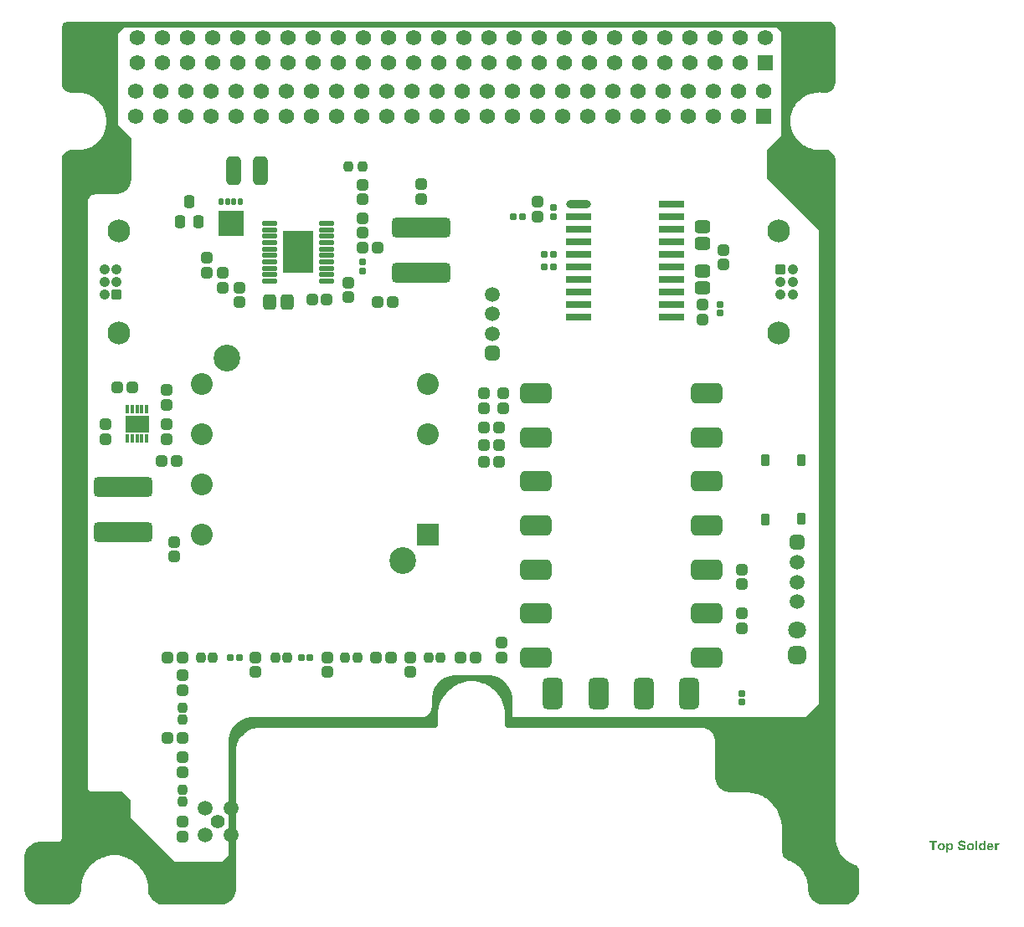
<source format=gbr>
%TF.GenerationSoftware,Altium Limited,Altium Designer,25.8.1 (18)*%
G04 Layer_Color=8388736*
%FSLAX45Y45*%
%MOMM*%
%TF.SameCoordinates,E40C52F6-B12D-486C-AAC2-1DB2447C0C70*%
%TF.FilePolarity,Negative*%
%TF.FileFunction,Soldermask,Top*%
%TF.Part,Single*%
G01*
G75*
%TA.AperFunction,SMDPad,CuDef*%
%ADD66R,2.50320X0.80320*%
%ADD67O,2.50320X0.80320*%
G04:AMPARAMS|DCode=68|XSize=2.1032mm|YSize=3.2032mm|CornerRadius=0.5766mm|HoleSize=0mm|Usage=FLASHONLY|Rotation=0.000|XOffset=0mm|YOffset=0mm|HoleType=Round|Shape=RoundedRectangle|*
%AMROUNDEDRECTD68*
21,1,2.10320,2.05000,0,0,0.0*
21,1,0.95000,3.20320,0,0,0.0*
1,1,1.15320,0.47500,-1.02500*
1,1,1.15320,-0.47500,-1.02500*
1,1,1.15320,-0.47500,1.02500*
1,1,1.15320,0.47500,1.02500*
%
%ADD68ROUNDEDRECTD68*%
G04:AMPARAMS|DCode=69|XSize=1.1532mm|YSize=1.1532mm|CornerRadius=0.3391mm|HoleSize=0mm|Usage=FLASHONLY|Rotation=180.000|XOffset=0mm|YOffset=0mm|HoleType=Round|Shape=RoundedRectangle|*
%AMROUNDEDRECTD69*
21,1,1.15320,0.47500,0,0,180.0*
21,1,0.47500,1.15320,0,0,180.0*
1,1,0.67820,-0.23750,0.23750*
1,1,0.67820,0.23750,0.23750*
1,1,0.67820,0.23750,-0.23750*
1,1,0.67820,-0.23750,-0.23750*
%
%ADD69ROUNDEDRECTD69*%
G04:AMPARAMS|DCode=70|XSize=1.1532mm|YSize=1.1532mm|CornerRadius=0.3391mm|HoleSize=0mm|Usage=FLASHONLY|Rotation=90.000|XOffset=0mm|YOffset=0mm|HoleType=Round|Shape=RoundedRectangle|*
%AMROUNDEDRECTD70*
21,1,1.15320,0.47500,0,0,90.0*
21,1,0.47500,1.15320,0,0,90.0*
1,1,0.67820,0.23750,0.23750*
1,1,0.67820,0.23750,-0.23750*
1,1,0.67820,-0.23750,-0.23750*
1,1,0.67820,-0.23750,0.23750*
%
%ADD70ROUNDEDRECTD70*%
G04:AMPARAMS|DCode=71|XSize=0.6432mm|YSize=0.7432mm|CornerRadius=0.2116mm|HoleSize=0mm|Usage=FLASHONLY|Rotation=90.000|XOffset=0mm|YOffset=0mm|HoleType=Round|Shape=RoundedRectangle|*
%AMROUNDEDRECTD71*
21,1,0.64320,0.32000,0,0,90.0*
21,1,0.22000,0.74320,0,0,90.0*
1,1,0.42320,0.16000,0.11000*
1,1,0.42320,0.16000,-0.11000*
1,1,0.42320,-0.16000,-0.11000*
1,1,0.42320,-0.16000,0.11000*
%
%ADD71ROUNDEDRECTD71*%
G04:AMPARAMS|DCode=72|XSize=0.6432mm|YSize=0.7432mm|CornerRadius=0.2116mm|HoleSize=0mm|Usage=FLASHONLY|Rotation=0.000|XOffset=0mm|YOffset=0mm|HoleType=Round|Shape=RoundedRectangle|*
%AMROUNDEDRECTD72*
21,1,0.64320,0.32000,0,0,0.0*
21,1,0.22000,0.74320,0,0,0.0*
1,1,0.42320,0.11000,-0.16000*
1,1,0.42320,-0.11000,-0.16000*
1,1,0.42320,-0.11000,0.16000*
1,1,0.42320,0.11000,0.16000*
%
%ADD72ROUNDEDRECTD72*%
G04:AMPARAMS|DCode=73|XSize=0.9032mm|YSize=1.2032mm|CornerRadius=0.2766mm|HoleSize=0mm|Usage=FLASHONLY|Rotation=0.000|XOffset=0mm|YOffset=0mm|HoleType=Round|Shape=RoundedRectangle|*
%AMROUNDEDRECTD73*
21,1,0.90320,0.65000,0,0,0.0*
21,1,0.35000,1.20320,0,0,0.0*
1,1,0.55320,0.17500,-0.32500*
1,1,0.55320,-0.17500,-0.32500*
1,1,0.55320,-0.17500,0.32500*
1,1,0.55320,0.17500,0.32500*
%
%ADD73ROUNDEDRECTD73*%
G04:AMPARAMS|DCode=74|XSize=1.6908mm|YSize=2.4308mm|CornerRadius=0.1074mm|HoleSize=0mm|Usage=FLASHONLY|Rotation=270.000|XOffset=0mm|YOffset=0mm|HoleType=Round|Shape=RoundedRectangle|*
%AMROUNDEDRECTD74*
21,1,1.69080,2.21600,0,0,270.0*
21,1,1.47600,2.43080,0,0,270.0*
1,1,0.21480,-1.10800,-0.73800*
1,1,0.21480,-1.10800,0.73800*
1,1,0.21480,1.10800,0.73800*
1,1,0.21480,1.10800,-0.73800*
%
%ADD74ROUNDEDRECTD74*%
G04:AMPARAMS|DCode=75|XSize=0.9108mm|YSize=0.3208mm|CornerRadius=0.0929mm|HoleSize=0mm|Usage=FLASHONLY|Rotation=270.000|XOffset=0mm|YOffset=0mm|HoleType=Round|Shape=RoundedRectangle|*
%AMROUNDEDRECTD75*
21,1,0.91080,0.13500,0,0,270.0*
21,1,0.72500,0.32080,0,0,270.0*
1,1,0.18580,-0.06750,-0.36250*
1,1,0.18580,-0.06750,0.36250*
1,1,0.18580,0.06750,0.36250*
1,1,0.18580,0.06750,-0.36250*
%
%ADD75ROUNDEDRECTD75*%
G04:AMPARAMS|DCode=76|XSize=2.0032mm|YSize=5.9032mm|CornerRadius=0.3716mm|HoleSize=0mm|Usage=FLASHONLY|Rotation=90.000|XOffset=0mm|YOffset=0mm|HoleType=Round|Shape=RoundedRectangle|*
%AMROUNDEDRECTD76*
21,1,2.00320,5.16000,0,0,90.0*
21,1,1.26000,5.90320,0,0,90.0*
1,1,0.74320,2.58000,0.63000*
1,1,0.74320,2.58000,-0.63000*
1,1,0.74320,-2.58000,-0.63000*
1,1,0.74320,-2.58000,0.63000*
%
%ADD76ROUNDEDRECTD76*%
G04:AMPARAMS|DCode=77|XSize=2.1032mm|YSize=3.2032mm|CornerRadius=0.5766mm|HoleSize=0mm|Usage=FLASHONLY|Rotation=90.000|XOffset=0mm|YOffset=0mm|HoleType=Round|Shape=RoundedRectangle|*
%AMROUNDEDRECTD77*
21,1,2.10320,2.05000,0,0,90.0*
21,1,0.95000,3.20320,0,0,90.0*
1,1,1.15320,1.02500,0.47500*
1,1,1.15320,1.02500,-0.47500*
1,1,1.15320,-1.02500,-0.47500*
1,1,1.15320,-1.02500,0.47500*
%
%ADD77ROUNDEDRECTD77*%
G04:AMPARAMS|DCode=78|XSize=1.6032mm|YSize=1.3532mm|CornerRadius=0.3891mm|HoleSize=0mm|Usage=FLASHONLY|Rotation=180.000|XOffset=0mm|YOffset=0mm|HoleType=Round|Shape=RoundedRectangle|*
%AMROUNDEDRECTD78*
21,1,1.60320,0.57500,0,0,180.0*
21,1,0.82500,1.35320,0,0,180.0*
1,1,0.77820,-0.41250,0.28750*
1,1,0.77820,0.41250,0.28750*
1,1,0.77820,0.41250,-0.28750*
1,1,0.77820,-0.41250,-0.28750*
%
%ADD78ROUNDEDRECTD78*%
G04:AMPARAMS|DCode=79|XSize=1.0032mm|YSize=1.0032mm|CornerRadius=0.3016mm|HoleSize=0mm|Usage=FLASHONLY|Rotation=270.000|XOffset=0mm|YOffset=0mm|HoleType=Round|Shape=RoundedRectangle|*
%AMROUNDEDRECTD79*
21,1,1.00320,0.40000,0,0,270.0*
21,1,0.40000,1.00320,0,0,270.0*
1,1,0.60320,-0.20000,-0.20000*
1,1,0.60320,-0.20000,0.20000*
1,1,0.60320,0.20000,0.20000*
1,1,0.60320,0.20000,-0.20000*
%
%ADD79ROUNDEDRECTD79*%
G04:AMPARAMS|DCode=80|XSize=1.6032mm|YSize=1.3532mm|CornerRadius=0.3891mm|HoleSize=0mm|Usage=FLASHONLY|Rotation=270.000|XOffset=0mm|YOffset=0mm|HoleType=Round|Shape=RoundedRectangle|*
%AMROUNDEDRECTD80*
21,1,1.60320,0.57500,0,0,270.0*
21,1,0.82500,1.35320,0,0,270.0*
1,1,0.77820,-0.28750,-0.41250*
1,1,0.77820,-0.28750,0.41250*
1,1,0.77820,0.28750,0.41250*
1,1,0.77820,0.28750,-0.41250*
%
%ADD80ROUNDEDRECTD80*%
G04:AMPARAMS|DCode=81|XSize=1.0532mm|YSize=1.3032mm|CornerRadius=0.3141mm|HoleSize=0mm|Usage=FLASHONLY|Rotation=180.000|XOffset=0mm|YOffset=0mm|HoleType=Round|Shape=RoundedRectangle|*
%AMROUNDEDRECTD81*
21,1,1.05320,0.67500,0,0,180.0*
21,1,0.42500,1.30320,0,0,180.0*
1,1,0.62820,-0.21250,0.33750*
1,1,0.62820,0.21250,0.33750*
1,1,0.62820,0.21250,-0.33750*
1,1,0.62820,-0.21250,-0.33750*
%
%ADD81ROUNDEDRECTD81*%
G04:AMPARAMS|DCode=82|XSize=0.7508mm|YSize=0.4508mm|CornerRadius=0.1254mm|HoleSize=0mm|Usage=FLASHONLY|Rotation=270.000|XOffset=0mm|YOffset=0mm|HoleType=Round|Shape=RoundedRectangle|*
%AMROUNDEDRECTD82*
21,1,0.75080,0.20000,0,0,270.0*
21,1,0.50000,0.45080,0,0,270.0*
1,1,0.25080,-0.10000,-0.25000*
1,1,0.25080,-0.10000,0.25000*
1,1,0.25080,0.10000,0.25000*
1,1,0.25080,0.10000,-0.25000*
%
%ADD82ROUNDEDRECTD82*%
G04:AMPARAMS|DCode=83|XSize=2.5608mm|YSize=2.6008mm|CornerRadius=0.08815mm|HoleSize=0mm|Usage=FLASHONLY|Rotation=270.000|XOffset=0mm|YOffset=0mm|HoleType=Round|Shape=RoundedRectangle|*
%AMROUNDEDRECTD83*
21,1,2.56080,2.42450,0,0,270.0*
21,1,2.38450,2.60080,0,0,270.0*
1,1,0.17630,-1.21225,-1.19225*
1,1,0.17630,-1.21225,1.19225*
1,1,0.17630,1.21225,1.19225*
1,1,0.17630,1.21225,-1.19225*
%
%ADD83ROUNDEDRECTD83*%
G04:AMPARAMS|DCode=84|XSize=1.4908mm|YSize=0.4608mm|CornerRadius=0.07665mm|HoleSize=0mm|Usage=FLASHONLY|Rotation=0.000|XOffset=0mm|YOffset=0mm|HoleType=Round|Shape=RoundedRectangle|*
%AMROUNDEDRECTD84*
21,1,1.49080,0.30750,0,0,0.0*
21,1,1.33750,0.46080,0,0,0.0*
1,1,0.15330,0.66875,-0.15375*
1,1,0.15330,-0.66875,-0.15375*
1,1,0.15330,-0.66875,0.15375*
1,1,0.15330,0.66875,0.15375*
%
%ADD84ROUNDEDRECTD84*%
%ADD85R,3.05080X4.25080*%
G04:AMPARAMS|DCode=86|XSize=2.9032mm|YSize=1.5032mm|CornerRadius=0.4266mm|HoleSize=0mm|Usage=FLASHONLY|Rotation=270.000|XOffset=0mm|YOffset=0mm|HoleType=Round|Shape=RoundedRectangle|*
%AMROUNDEDRECTD86*
21,1,2.90320,0.65000,0,0,270.0*
21,1,2.05000,1.50320,0,0,270.0*
1,1,0.85320,-0.32500,-1.02500*
1,1,0.85320,-0.32500,1.02500*
1,1,0.85320,0.32500,1.02500*
1,1,0.85320,0.32500,-1.02500*
%
%ADD86ROUNDEDRECTD86*%
G04:AMPARAMS|DCode=87|XSize=1.0032mm|YSize=1.0032mm|CornerRadius=0.3016mm|HoleSize=0mm|Usage=FLASHONLY|Rotation=0.000|XOffset=0mm|YOffset=0mm|HoleType=Round|Shape=RoundedRectangle|*
%AMROUNDEDRECTD87*
21,1,1.00320,0.40000,0,0,0.0*
21,1,0.40000,1.00320,0,0,0.0*
1,1,0.60320,0.20000,-0.20000*
1,1,0.60320,-0.20000,-0.20000*
1,1,0.60320,-0.20000,0.20000*
1,1,0.60320,0.20000,0.20000*
%
%ADD87ROUNDEDRECTD87*%
%TA.AperFunction,ComponentPad*%
%ADD88C,1.50320*%
%ADD89C,1.49820*%
%ADD90C,2.20320*%
G04:AMPARAMS|DCode=91|XSize=1.5032mm|YSize=1.5032mm|CornerRadius=0.4266mm|HoleSize=0mm|Usage=FLASHONLY|Rotation=270.000|XOffset=0mm|YOffset=0mm|HoleType=Round|Shape=RoundedRectangle|*
%AMROUNDEDRECTD91*
21,1,1.50320,0.65000,0,0,270.0*
21,1,0.65000,1.50320,0,0,270.0*
1,1,0.85320,-0.32500,-0.32500*
1,1,0.85320,-0.32500,0.32500*
1,1,0.85320,0.32500,0.32500*
1,1,0.85320,0.32500,-0.32500*
%
%ADD91ROUNDEDRECTD91*%
%ADD92R,2.20320X2.20320*%
%ADD93C,2.70320*%
%ADD94C,2.30080*%
%ADD95C,1.05080*%
G04:AMPARAMS|DCode=96|XSize=1.0508mm|YSize=1.0508mm|CornerRadius=0.2754mm|HoleSize=0mm|Usage=FLASHONLY|Rotation=270.000|XOffset=0mm|YOffset=0mm|HoleType=Round|Shape=RoundedRectangle|*
%AMROUNDEDRECTD96*
21,1,1.05080,0.50000,0,0,270.0*
21,1,0.50000,1.05080,0,0,270.0*
1,1,0.55080,-0.25000,-0.25000*
1,1,0.55080,-0.25000,0.25000*
1,1,0.55080,0.25000,0.25000*
1,1,0.55080,0.25000,-0.25000*
%
%ADD96ROUNDEDRECTD96*%
%ADD97C,1.40320*%
G04:AMPARAMS|DCode=98|XSize=1.8032mm|YSize=1.8032mm|CornerRadius=0.5016mm|HoleSize=0mm|Usage=FLASHONLY|Rotation=90.000|XOffset=0mm|YOffset=0mm|HoleType=Round|Shape=RoundedRectangle|*
%AMROUNDEDRECTD98*
21,1,1.80320,0.80000,0,0,90.0*
21,1,0.80000,1.80320,0,0,90.0*
1,1,1.00320,0.40000,0.40000*
1,1,1.00320,0.40000,-0.40000*
1,1,1.00320,-0.40000,-0.40000*
1,1,1.00320,-0.40000,0.40000*
%
%ADD98ROUNDEDRECTD98*%
%ADD99C,1.80320*%
%ADD100C,1.57320*%
%ADD101R,1.57320X1.57320*%
%TA.AperFunction,WasherPad*%
%ADD102C,3.40320*%
G36*
X8189776Y8975819D02*
X8200416Y8972538D01*
X8210289Y8967390D01*
X8219069Y8960544D01*
X8226470Y8952224D01*
X8232246Y8942706D01*
X8236209Y8932301D01*
X8238227Y8921351D01*
X8238231Y8915785D01*
X8238643Y8363627D01*
X8238477Y8352277D01*
X8233263Y8329583D01*
X8223406Y8308484D01*
X8209348Y8289923D01*
X8191709Y8274720D01*
X8171276Y8263553D01*
X8148956Y8256918D01*
X8125739Y8255108D01*
X8114201Y8256657D01*
X8113362Y8256605D01*
X8112555Y8256843D01*
X8091227Y8258785D01*
X8088737Y8258521D01*
X8086265Y8258918D01*
X8043501Y8257332D01*
X8040262Y8256563D01*
X8036935Y8256525D01*
X7995059Y8247707D01*
X7991999Y8246399D01*
X7988726Y8245797D01*
X7948954Y8230002D01*
X7946160Y8228194D01*
X7943036Y8227046D01*
X7906520Y8204730D01*
X7904074Y8202474D01*
X7901190Y8200813D01*
X7868991Y8172626D01*
X7866962Y8169987D01*
X7864402Y8167860D01*
X7837452Y8134618D01*
X7835901Y8131673D01*
X7833739Y8129143D01*
X7812820Y8091811D01*
X7811791Y8088646D01*
X7810089Y8085786D01*
X7795808Y8045445D01*
X7795331Y8042152D01*
X7794139Y8039044D01*
X7786909Y7996865D01*
X7786998Y7993537D01*
X7786351Y7990273D01*
X7786383Y7947479D01*
X7787035Y7944216D01*
X7786951Y7940888D01*
X7794244Y7898720D01*
X7795440Y7895614D01*
X7795922Y7892322D01*
X7810264Y7852002D01*
X7811969Y7849144D01*
X7813003Y7845981D01*
X7833977Y7808680D01*
X7836144Y7806152D01*
X7837699Y7803210D01*
X7864699Y7770009D01*
X7867262Y7767886D01*
X7869294Y7765250D01*
X7901536Y7737111D01*
X7904422Y7735454D01*
X7906872Y7733201D01*
X7943420Y7710941D01*
X7946545Y7709798D01*
X7949342Y7707993D01*
X7989138Y7692257D01*
X7992413Y7691660D01*
X7995475Y7690357D01*
X8037363Y7681601D01*
X8040691Y7681568D01*
X8043930Y7680803D01*
X8086697Y7679281D01*
X8089168Y7679682D01*
X8091659Y7679422D01*
X8112984Y7681396D01*
X8113790Y7681635D01*
X8114629Y7681584D01*
X8126166Y7683150D01*
X8149384Y7681375D01*
X8171715Y7674773D01*
X8192164Y7663636D01*
X8209826Y7648460D01*
X8223912Y7629919D01*
X8233799Y7608836D01*
X8239047Y7586148D01*
X8239230Y7574809D01*
X8244340Y714016D01*
X8244491Y713262D01*
X8244371Y712503D01*
X8245144Y693042D01*
X8245680Y690815D01*
X8245589Y688526D01*
X8251659Y650080D01*
X8252712Y647222D01*
X8253064Y644198D01*
X8265028Y607160D01*
X8266512Y604500D01*
X8267330Y601567D01*
X8284897Y566835D01*
X8286775Y564438D01*
X8288039Y561667D01*
X8310785Y530083D01*
X8313013Y528006D01*
X8314691Y525465D01*
X8342063Y497794D01*
X8344586Y496089D01*
X8346638Y493839D01*
X8377974Y470752D01*
X8380732Y469458D01*
X8383108Y467555D01*
X8417648Y449612D01*
X8419847Y448973D01*
X8421790Y447759D01*
X8440002Y440857D01*
X8440759Y440730D01*
X8441426Y440348D01*
X8450544Y437294D01*
X8466023Y425885D01*
X8477254Y410277D01*
X8483155Y391976D01*
X8483154Y382361D01*
X8483155Y184127D01*
X8476962Y152994D01*
X8464813Y123664D01*
X8447177Y97269D01*
X8424731Y74823D01*
X8398336Y57187D01*
X8369006Y45038D01*
X8337873Y38845D01*
X8108627D01*
X8077493Y45038D01*
X8048164Y57187D01*
X8021770Y74823D01*
X7999323Y97269D01*
X7981686Y123664D01*
X7969538Y152994D01*
X7963345Y184127D01*
Y200000D01*
X7963345Y213225D01*
X7963197Y213968D01*
X7963316Y214715D01*
X7962577Y233960D01*
X7962053Y236152D01*
X7962150Y238404D01*
X7956270Y276443D01*
X7955243Y279259D01*
X7954913Y282237D01*
X7943292Y318932D01*
X7941847Y321557D01*
X7941066Y324451D01*
X7923978Y358940D01*
X7922149Y361314D01*
X7920935Y364054D01*
X7898779Y395530D01*
X7896610Y397596D01*
X7894991Y400119D01*
X7868288Y427841D01*
X7865828Y429552D01*
X7863844Y431798D01*
X7833220Y455116D01*
X7830527Y456432D01*
X7828223Y458348D01*
X7794397Y476716D01*
X7792246Y477384D01*
X7790359Y478617D01*
X7772490Y485805D01*
X7771747Y485945D01*
X7771098Y486335D01*
X7763060Y489216D01*
X7748052Y497365D01*
X7734467Y507710D01*
X7722619Y520010D01*
X7712789Y533975D01*
X7705208Y549277D01*
X7700053Y565556D01*
X7697445Y582434D01*
Y814500D01*
X7697318Y815134D01*
X7697424Y815772D01*
X7696728Y837028D01*
X7696290Y838904D01*
X7696416Y840826D01*
X7690867Y882975D01*
X7690044Y885401D01*
X7689876Y887958D01*
X7678873Y929022D01*
X7677739Y931320D01*
X7677239Y933833D01*
X7660971Y973109D01*
X7659547Y975240D01*
X7658724Y977667D01*
X7637468Y1014483D01*
X7635778Y1016410D01*
X7634644Y1018708D01*
X7608765Y1052435D01*
X7606838Y1054124D01*
X7605415Y1056255D01*
X7575354Y1086315D01*
X7573224Y1087739D01*
X7571534Y1089666D01*
X7537807Y1115545D01*
X7535508Y1116679D01*
X7533582Y1118368D01*
X7496766Y1139624D01*
X7494339Y1140448D01*
X7492208Y1141872D01*
X7452932Y1158140D01*
X7450419Y1158640D01*
X7448121Y1159774D01*
X7407058Y1170777D01*
X7404501Y1170944D01*
X7402074Y1171768D01*
X7359926Y1177317D01*
X7358003Y1177191D01*
X7356127Y1177628D01*
X7334871Y1178324D01*
X7334233Y1178219D01*
X7333599Y1178345D01*
X7183600D01*
X7167726Y1178345D01*
X7136592Y1184538D01*
X7107264Y1196686D01*
X7080869Y1214322D01*
X7058423Y1236769D01*
X7040786Y1263164D01*
X7028637Y1292493D01*
X7022444Y1323626D01*
Y1339499D01*
Y1691238D01*
X7022256Y1692187D01*
X7022398Y1693145D01*
X7021916Y1702947D01*
X7021216Y1705740D01*
Y1708618D01*
X7017392Y1727845D01*
X7015928Y1731379D01*
X7015181Y1735132D01*
X7007680Y1753243D01*
X7005554Y1756424D01*
X7004090Y1759959D01*
X6993199Y1776259D01*
X6991290Y1778168D01*
X6990493Y1778964D01*
X6988368Y1782145D01*
X6974506Y1796006D01*
X6971325Y1798132D01*
X6968620Y1800837D01*
X6952320Y1811728D01*
X6948786Y1813192D01*
X6945604Y1815318D01*
X6927493Y1822820D01*
X6923740Y1823566D01*
X6920206Y1825030D01*
X6900980Y1828855D01*
X6898101D01*
X6895307Y1829555D01*
X6885506Y1830036D01*
X6884548Y1829894D01*
X6883599Y1830083D01*
X6868361D01*
D01*
X4920937Y1830083D01*
X4918970Y1831131D01*
X4901048Y1849053D01*
X4900000Y1851020D01*
X4900000Y1961238D01*
X4899849Y1961998D01*
X4899970Y1962763D01*
X4899046Y1986301D01*
X4898507Y1988546D01*
X4898597Y1990853D01*
X4891233Y2037348D01*
X4890171Y2040228D01*
X4889810Y2043276D01*
X4875263Y2088047D01*
X4873763Y2090724D01*
X4872930Y2093679D01*
X4851558Y2135623D01*
X4849658Y2138034D01*
X4848373Y2140820D01*
X4820703Y2178905D01*
X4818449Y2180989D01*
X4816744Y2183540D01*
X4783457Y2216827D01*
X4780905Y2218533D01*
X4778822Y2220786D01*
X4740737Y2248457D01*
X4737950Y2249742D01*
X4735539Y2251642D01*
X4693595Y2273013D01*
X4690641Y2273846D01*
X4687964Y2275346D01*
X4643193Y2289893D01*
X4640145Y2290254D01*
X4637265Y2291316D01*
X4590770Y2298680D01*
X4587703Y2298560D01*
X4584693Y2299159D01*
X4537617D01*
X4534607Y2298560D01*
X4531540Y2298680D01*
X4485044Y2291316D01*
X4482165Y2290254D01*
X4479117Y2289893D01*
X4434346Y2275346D01*
X4431669Y2273846D01*
X4428714Y2273013D01*
X4386770Y2251642D01*
X4384359Y2249741D01*
X4381573Y2248457D01*
X4343488Y2220786D01*
X4341404Y2218533D01*
X4338852Y2216827D01*
X4305565Y2183540D01*
X4303860Y2180989D01*
X4301607Y2178905D01*
X4273936Y2140820D01*
X4272651Y2138033D01*
X4270751Y2135623D01*
X4249380Y2093679D01*
X4248546Y2090724D01*
X4247047Y2088047D01*
X4232500Y2043276D01*
X4232139Y2040228D01*
X4231077Y2037348D01*
X4223712Y1990853D01*
X4223803Y1988545D01*
X4223264Y1986300D01*
X4222340Y1962763D01*
X4222461Y1961998D01*
X4222310Y1961238D01*
Y1850101D01*
X4202293Y1830083D01*
X2417500Y1830083D01*
X2416551Y1829895D01*
X2415593Y1830037D01*
X2395990Y1829073D01*
X2393196Y1828374D01*
X2390318D01*
X2351864Y1820725D01*
X2348330Y1819261D01*
X2344577Y1818514D01*
X2308355Y1803510D01*
X2305174Y1801385D01*
X2301639Y1799921D01*
X2269040Y1778138D01*
X2266334Y1775433D01*
X2263153Y1773307D01*
X2235430Y1745584D01*
X2233305Y1742403D01*
X2230599Y1739698D01*
X2208817Y1707099D01*
X2207352Y1703564D01*
X2205227Y1700382D01*
X2190223Y1664160D01*
X2189477Y1660408D01*
X2188013Y1656873D01*
X2180364Y1618420D01*
Y1615540D01*
X2179664Y1612747D01*
X2178701Y1593144D01*
X2178843Y1592187D01*
X2178655Y1591238D01*
Y200001D01*
X2178654Y184128D01*
X2172461Y152993D01*
X2160313Y123665D01*
X2142677Y97271D01*
X2120229Y74822D01*
X2093835Y57187D01*
X2064506Y45038D01*
X2033373Y38845D01*
X1450000D01*
X1434127Y38845D01*
X1402993Y45038D01*
X1373664Y57187D01*
X1347270Y74822D01*
X1324822Y97270D01*
X1307186Y123665D01*
X1295038Y152993D01*
X1288845Y184128D01*
X1288845Y200000D01*
X1288694Y200760D01*
X1288815Y201526D01*
X1287890Y225063D01*
X1287351Y227308D01*
X1287442Y229615D01*
X1280078Y276111D01*
X1279015Y278991D01*
X1278655Y282038D01*
X1264107Y326810D01*
X1262608Y329487D01*
X1261775Y332441D01*
X1240403Y374385D01*
X1238503Y376795D01*
X1237218Y379583D01*
X1209548Y417667D01*
X1207295Y419750D01*
X1205589Y422303D01*
X1172302Y455590D01*
X1169750Y457295D01*
X1167667Y459549D01*
X1129582Y487219D01*
X1126795Y488504D01*
X1124384Y490404D01*
X1082440Y511775D01*
X1079486Y512609D01*
X1076809Y514108D01*
X1032038Y528655D01*
X1028990Y529016D01*
X1026110Y530078D01*
X979614Y537443D01*
X976548Y537322D01*
X973538Y537921D01*
X926462D01*
X923452Y537322D01*
X920385Y537443D01*
X873890Y530078D01*
X871010Y529016D01*
X867962Y528655D01*
X823191Y514108D01*
X820513Y512608D01*
X817559Y511775D01*
X775615Y490404D01*
X773205Y488504D01*
X770417Y487219D01*
X732333Y459549D01*
X730250Y457296D01*
X727698Y455590D01*
X694410Y422303D01*
X692705Y419751D01*
X690452Y417667D01*
X662781Y379583D01*
X661497Y376796D01*
X659596Y374385D01*
X638225Y332441D01*
X637392Y329487D01*
X635892Y326809D01*
X621345Y282038D01*
X620984Y278991D01*
X619922Y276111D01*
X612558Y229615D01*
X612648Y227308D01*
X612109Y225063D01*
X611185Y201525D01*
X611306Y200761D01*
X611155Y200001D01*
X611154Y184128D01*
X604962Y152994D01*
X592813Y123665D01*
X575177Y97270D01*
X552729Y74822D01*
X526336Y57187D01*
X497006Y45038D01*
X465873Y38845D01*
X184127D01*
X152994Y45038D01*
X123664Y57187D01*
X97269Y74823D01*
X74823Y97269D01*
X57187Y123664D01*
X45038Y152994D01*
X38845Y184127D01*
Y200000D01*
Y513462D01*
Y529351D01*
X45051Y560517D01*
X57225Y589872D01*
X74896Y616284D01*
X97386Y638736D01*
X123827Y656363D01*
X153202Y668488D01*
X184379Y674642D01*
X200269Y674615D01*
X377434Y674320D01*
X377466Y674327D01*
X377499Y674320D01*
X384904Y675793D01*
X392305Y677253D01*
X392332Y677271D01*
X392364Y677277D01*
X398629Y681463D01*
X404921Y685652D01*
X404940Y685680D01*
X404967Y685698D01*
X409167Y691984D01*
X413363Y698241D01*
X413370Y698273D01*
X413388Y698301D01*
X414862Y705710D01*
X416345Y713102D01*
X416339Y713134D01*
X416345Y713167D01*
Y7569906D01*
X416345Y7581656D01*
X421315Y7604624D01*
X431031Y7626021D01*
X445053Y7644878D01*
X462746Y7660343D01*
X483309Y7671715D01*
X505814Y7678481D01*
X529240Y7680334D01*
X540884Y7678763D01*
X541723Y7678815D01*
X542529Y7678576D01*
X563856Y7676618D01*
X566346Y7676880D01*
X568818Y7676481D01*
X611583Y7678035D01*
X614822Y7678802D01*
X618150Y7678837D01*
X660032Y7687624D01*
X663094Y7688930D01*
X666367Y7689529D01*
X706151Y7705295D01*
X708946Y7707101D01*
X712071Y7708247D01*
X748603Y7730535D01*
X751052Y7732789D01*
X753936Y7734449D01*
X786157Y7762612D01*
X788187Y7765249D01*
X790748Y7767374D01*
X817724Y7800596D01*
X819277Y7803539D01*
X821441Y7806068D01*
X842388Y7843385D01*
X843419Y7846548D01*
X845123Y7849407D01*
X859434Y7889737D01*
X859914Y7893031D01*
X861108Y7896138D01*
X868369Y7938311D01*
X868283Y7941638D01*
X868932Y7944902D01*
Y7987697D01*
X868283Y7990961D01*
X868369Y7994288D01*
X861108Y8036461D01*
X859914Y8039568D01*
X859434Y8042861D01*
X845123Y8083191D01*
X843419Y8086051D01*
X842388Y8089214D01*
X821441Y8126531D01*
X819277Y8129060D01*
X817724Y8132004D01*
X790749Y8165226D01*
X788187Y8167351D01*
X786157Y8169987D01*
X753937Y8198150D01*
X751051Y8199810D01*
X748603Y8202064D01*
X712071Y8224352D01*
X708946Y8225498D01*
X706151Y8227304D01*
X666367Y8243070D01*
X663093Y8243669D01*
X660032Y8244975D01*
X618150Y8253763D01*
X614822Y8253797D01*
X611584Y8254565D01*
X568818Y8256118D01*
X566347Y8255720D01*
X563857Y8255981D01*
X542530Y8254024D01*
X541724Y8253785D01*
X540885Y8253837D01*
X529240Y8252266D01*
X505814Y8254119D01*
X483310Y8260885D01*
X462747Y8272257D01*
X445053Y8287723D01*
X431031Y8306581D01*
X421316Y8327976D01*
X416345Y8350944D01*
Y8362694D01*
X416345Y8921072D01*
X418695Y8932887D01*
X423305Y8944017D01*
X429998Y8954033D01*
X438516Y8962551D01*
X448532Y8969243D01*
X459662Y8973854D01*
X471476Y8976204D01*
X8186517D01*
X8189776Y8975819D01*
D02*
G37*
G36*
X9520443Y689912D02*
X9522028Y689806D01*
X9523719Y689595D01*
X9525727Y689384D01*
X9527840Y688961D01*
X9529953Y688538D01*
X9532278Y688010D01*
X9534602Y687376D01*
X9536821Y686636D01*
X9539040Y685685D01*
X9541259Y684523D01*
X9543267Y683361D01*
X9545063Y681882D01*
X9545169Y681776D01*
X9545486Y681565D01*
X9545909Y681036D01*
X9546543Y680402D01*
X9547282Y679663D01*
X9548022Y678606D01*
X9548867Y677444D01*
X9549818Y676176D01*
X9550663Y674696D01*
X9551509Y673111D01*
X9552354Y671315D01*
X9553094Y669413D01*
X9553833Y667406D01*
X9554362Y665187D01*
X9554679Y662862D01*
X9554890Y660432D01*
X9535236Y659692D01*
Y659798D01*
X9535131Y660009D01*
Y660432D01*
X9535025Y660854D01*
X9534814Y661488D01*
X9534602Y662228D01*
X9534074Y663813D01*
X9533335Y665504D01*
X9532384Y667300D01*
X9531221Y668991D01*
X9529742Y670364D01*
X9529531Y670470D01*
X9529002Y670892D01*
X9528051Y671421D01*
X9526678Y672055D01*
X9524881Y672689D01*
X9522768Y673217D01*
X9520232Y673640D01*
X9517274Y673745D01*
X9515900D01*
X9515160Y673640D01*
X9514315Y673534D01*
X9512307Y673323D01*
X9510194Y672900D01*
X9507869Y672266D01*
X9505756Y671315D01*
X9503749Y670153D01*
X9503643Y670047D01*
X9503326Y669730D01*
X9502798Y669202D01*
X9502269Y668568D01*
X9501635Y667723D01*
X9501213Y666666D01*
X9500790Y665504D01*
X9500684Y664130D01*
Y664024D01*
Y663602D01*
X9500790Y662862D01*
X9501001Y662122D01*
X9501424Y661171D01*
X9501847Y660115D01*
X9502586Y659164D01*
X9503537Y658213D01*
X9503749Y658107D01*
X9503960Y657896D01*
X9504383Y657684D01*
X9504805Y657367D01*
X9505439Y657051D01*
X9506285Y656628D01*
X9507235Y656205D01*
X9508292Y655783D01*
X9509560Y655254D01*
X9511039Y654726D01*
X9512730Y654198D01*
X9514632Y653564D01*
X9516745Y652930D01*
X9519070Y652296D01*
X9521606Y651662D01*
X9521817D01*
X9522240Y651556D01*
X9522979Y651345D01*
X9523930Y651133D01*
X9525198Y650816D01*
X9526466Y650394D01*
X9528051Y649971D01*
X9529636Y649548D01*
X9533123Y648492D01*
X9536610Y647329D01*
X9538301Y646695D01*
X9539991Y646061D01*
X9541471Y645322D01*
X9542844Y644688D01*
X9542950D01*
X9543161Y644476D01*
X9543478Y644265D01*
X9544007Y644054D01*
X9545275Y643209D01*
X9546859Y642152D01*
X9548550Y640673D01*
X9550346Y638982D01*
X9552143Y636974D01*
X9553728Y634755D01*
Y634650D01*
X9553939Y634438D01*
X9554045Y634121D01*
X9554362Y633593D01*
X9554679Y632959D01*
X9554996Y632219D01*
X9555313Y631374D01*
X9555735Y630423D01*
X9556052Y629367D01*
X9556369Y628204D01*
X9557003Y625563D01*
X9557426Y622498D01*
X9557637Y619223D01*
Y619117D01*
Y618906D01*
Y618377D01*
X9557532Y617849D01*
Y617110D01*
X9557426Y616159D01*
X9557215Y615208D01*
X9557003Y614151D01*
X9556475Y611721D01*
X9555630Y609079D01*
X9554467Y606332D01*
X9553728Y604852D01*
X9552882Y603479D01*
Y603373D01*
X9552671Y603162D01*
X9552354Y602739D01*
X9552037Y602317D01*
X9551509Y601683D01*
X9550980Y600943D01*
X9549501Y599358D01*
X9547599Y597667D01*
X9545380Y595765D01*
X9542739Y594075D01*
X9539674Y592595D01*
X9539569D01*
X9539252Y592490D01*
X9538829Y592278D01*
X9538195Y592067D01*
X9537350Y591750D01*
X9536293Y591539D01*
X9535131Y591222D01*
X9533863Y590905D01*
X9532384Y590482D01*
X9530799Y590165D01*
X9529002Y589954D01*
X9527100Y589637D01*
X9525198Y589426D01*
X9522979Y589214D01*
X9520760Y589109D01*
X9517591D01*
X9516640Y589214D01*
X9515372D01*
X9513892Y589320D01*
X9512096Y589531D01*
X9510088Y589848D01*
X9507975Y590165D01*
X9505651Y590588D01*
X9503326Y591222D01*
X9501001Y591856D01*
X9498677Y592701D01*
X9496352Y593652D01*
X9494133Y594814D01*
X9492020Y596082D01*
X9490012Y597562D01*
X9489907Y597667D01*
X9489590Y597984D01*
X9489061Y598513D01*
X9488427Y599147D01*
X9487688Y600098D01*
X9486737Y601154D01*
X9485786Y602422D01*
X9484835Y603902D01*
X9483778Y605592D01*
X9482721Y607388D01*
X9481770Y609502D01*
X9480819Y611721D01*
X9479974Y614151D01*
X9479235Y616687D01*
X9478601Y619540D01*
X9478178Y622498D01*
X9497303Y624400D01*
Y624295D01*
X9497409Y623978D01*
X9497514Y623449D01*
X9497620Y622815D01*
X9497831Y621970D01*
X9498148Y621125D01*
X9498782Y619011D01*
X9499733Y616687D01*
X9501001Y614257D01*
X9502481Y612038D01*
X9503326Y611087D01*
X9504277Y610136D01*
X9504383D01*
X9504488Y609924D01*
X9504805Y609713D01*
X9505228Y609396D01*
X9505756Y609079D01*
X9506496Y608762D01*
X9507235Y608339D01*
X9508081Y607917D01*
X9510194Y607071D01*
X9512624Y606437D01*
X9515477Y605909D01*
X9518647Y605698D01*
X9519598D01*
X9520232Y605803D01*
X9521077D01*
X9521923Y605909D01*
X9524036Y606226D01*
X9526361Y606649D01*
X9528791Y607388D01*
X9531116Y608339D01*
X9532172Y608973D01*
X9533123Y609713D01*
X9533229D01*
X9533335Y609924D01*
X9533863Y610453D01*
X9534708Y611298D01*
X9535553Y612355D01*
X9536399Y613728D01*
X9537244Y615419D01*
X9537772Y617215D01*
X9537984Y618166D01*
Y619117D01*
Y619223D01*
Y619751D01*
X9537878Y620385D01*
X9537772Y621125D01*
X9537455Y622076D01*
X9537138Y623132D01*
X9536610Y624083D01*
X9535870Y625034D01*
X9535765Y625140D01*
X9535448Y625457D01*
X9534919Y625880D01*
X9534285Y626514D01*
X9533229Y627148D01*
X9532067Y627887D01*
X9530587Y628521D01*
X9528791Y629261D01*
X9528580Y629367D01*
X9528368D01*
X9528051Y629472D01*
X9527629Y629578D01*
X9526995Y629789D01*
X9526361Y630001D01*
X9525515Y630212D01*
X9524564Y630529D01*
X9523402Y630846D01*
X9522134Y631163D01*
X9520655Y631585D01*
X9519070Y632008D01*
X9517274Y632431D01*
X9515266Y632959D01*
X9513047Y633487D01*
X9512836D01*
X9512307Y633699D01*
X9511568Y633910D01*
X9510511Y634227D01*
X9509137Y634544D01*
X9507658Y635072D01*
X9506073Y635601D01*
X9504383Y636129D01*
X9500684Y637608D01*
X9496986Y639193D01*
X9495295Y640144D01*
X9493605Y641095D01*
X9492126Y642046D01*
X9490858Y643103D01*
X9490752Y643209D01*
X9490435Y643526D01*
X9490012Y643948D01*
X9489484Y644582D01*
X9488744Y645322D01*
X9488005Y646273D01*
X9487159Y647329D01*
X9486420Y648597D01*
X9485574Y649971D01*
X9484729Y651450D01*
X9483989Y653141D01*
X9483250Y654832D01*
X9482721Y656628D01*
X9482299Y658635D01*
X9481982Y660643D01*
X9481876Y662756D01*
Y662862D01*
Y663073D01*
Y663496D01*
X9481982Y664024D01*
Y664658D01*
X9482087Y665504D01*
X9482404Y667300D01*
X9482933Y669413D01*
X9483672Y671843D01*
X9484729Y674274D01*
X9486103Y676704D01*
Y676810D01*
X9486314Y677021D01*
X9486525Y677338D01*
X9486842Y677761D01*
X9487899Y678923D01*
X9489167Y680402D01*
X9490963Y681987D01*
X9492971Y683572D01*
X9495507Y685157D01*
X9498254Y686531D01*
X9498360D01*
X9498571Y686636D01*
X9499099Y686848D01*
X9499628Y687059D01*
X9500473Y687376D01*
X9501318Y687587D01*
X9502375Y687904D01*
X9503643Y688327D01*
X9505017Y688644D01*
X9506390Y688961D01*
X9507975Y689172D01*
X9509666Y689489D01*
X9511568Y689701D01*
X9513364Y689912D01*
X9517485Y690018D01*
X9519281D01*
X9520443Y689912D01*
D02*
G37*
G36*
X9759772Y590905D02*
X9742444D01*
Y601154D01*
X9742232Y600943D01*
X9742021Y600626D01*
X9741704Y600309D01*
X9740753Y599147D01*
X9739591Y597879D01*
X9738006Y596399D01*
X9736315Y594814D01*
X9734307Y593441D01*
X9732194Y592173D01*
X9732088D01*
X9731983Y592067D01*
X9731560Y591961D01*
X9731138Y591750D01*
X9729975Y591222D01*
X9728496Y590799D01*
X9726700Y590271D01*
X9724692Y589743D01*
X9722579Y589426D01*
X9720360Y589320D01*
X9719831D01*
X9719197Y589426D01*
X9718352D01*
X9717296Y589637D01*
X9716028Y589848D01*
X9714654Y590165D01*
X9713175Y590588D01*
X9711590Y591011D01*
X9709899Y591644D01*
X9708208Y592490D01*
X9706412Y593441D01*
X9704722Y594497D01*
X9702925Y595871D01*
X9701235Y597350D01*
X9699544Y599041D01*
X9699438Y599147D01*
X9699227Y599464D01*
X9698699Y600098D01*
X9698170Y600837D01*
X9697536Y601894D01*
X9696797Y603056D01*
X9696057Y604535D01*
X9695212Y606120D01*
X9694366Y608022D01*
X9693627Y610030D01*
X9692887Y612355D01*
X9692253Y614785D01*
X9691725Y617427D01*
X9691302Y620279D01*
X9690985Y623344D01*
X9690880Y626514D01*
Y626725D01*
Y627359D01*
X9690985Y628204D01*
Y629472D01*
X9691091Y630951D01*
X9691302Y632642D01*
X9691619Y634650D01*
X9691936Y636657D01*
X9692359Y638876D01*
X9692887Y641095D01*
X9693627Y643314D01*
X9694366Y645639D01*
X9695317Y647858D01*
X9696480Y649971D01*
X9697748Y651979D01*
X9699227Y653775D01*
X9699333Y653881D01*
X9699650Y654198D01*
X9700072Y654620D01*
X9700706Y655254D01*
X9701552Y655994D01*
X9702608Y656734D01*
X9703771Y657579D01*
X9705039Y658530D01*
X9706518Y659375D01*
X9708208Y660220D01*
X9709899Y660960D01*
X9711801Y661700D01*
X9713809Y662334D01*
X9715922Y662756D01*
X9718247Y663073D01*
X9720571Y663179D01*
X9721099D01*
X9721733Y663073D01*
X9722579D01*
X9723635Y662862D01*
X9724798Y662651D01*
X9726066Y662334D01*
X9727545Y661911D01*
X9729130Y661383D01*
X9730821Y660749D01*
X9732511Y659903D01*
X9734202Y658952D01*
X9735998Y657896D01*
X9737689Y656522D01*
X9739379Y655043D01*
X9741070Y653247D01*
Y688433D01*
X9759772D01*
Y590905D01*
D02*
G37*
G36*
X9888260Y663073D02*
X9888894Y662968D01*
X9890479Y662756D01*
X9892381Y662334D01*
X9894494Y661700D01*
X9896713Y660749D01*
X9898932Y659586D01*
X9893120Y643314D01*
X9892909Y643420D01*
X9892275Y643843D01*
X9891430Y644265D01*
X9890267Y644899D01*
X9888894Y645427D01*
X9887415Y645956D01*
X9885935Y646273D01*
X9884350Y646378D01*
X9883716D01*
X9882977Y646273D01*
X9882026Y646061D01*
X9880969Y645850D01*
X9879912Y645427D01*
X9878750Y644899D01*
X9877693Y644159D01*
X9877588Y644054D01*
X9877271Y643737D01*
X9876743Y643209D01*
X9876109Y642363D01*
X9875475Y641307D01*
X9874735Y639933D01*
X9873995Y638348D01*
X9873361Y636340D01*
Y636235D01*
X9873256Y636023D01*
Y635706D01*
X9873150Y635178D01*
X9873044Y634544D01*
X9872939Y633593D01*
X9872727Y632536D01*
X9872622Y631268D01*
X9872516Y629789D01*
X9872305Y628099D01*
X9872199Y626197D01*
X9872093Y623978D01*
X9871988Y621547D01*
Y618906D01*
X9871882Y615947D01*
Y612672D01*
Y590905D01*
X9853179D01*
Y661594D01*
X9870508D01*
Y651450D01*
X9870614Y651556D01*
X9870720Y651767D01*
X9870931Y652084D01*
X9871248Y652613D01*
X9872093Y653881D01*
X9873150Y655360D01*
X9874418Y656945D01*
X9875686Y658424D01*
X9877059Y659798D01*
X9877799Y660432D01*
X9878433Y660854D01*
X9878644Y660960D01*
X9879067Y661171D01*
X9879807Y661594D01*
X9880758Y662017D01*
X9882026Y662439D01*
X9883399Y662862D01*
X9884879Y663073D01*
X9886569Y663179D01*
X9887626D01*
X9888260Y663073D01*
D02*
G37*
G36*
X9402205D02*
X9403156D01*
X9404213Y662862D01*
X9405375Y662651D01*
X9406749Y662334D01*
X9408334Y662017D01*
X9409919Y661488D01*
X9411610Y660854D01*
X9413300Y660009D01*
X9415096Y659058D01*
X9416893Y658001D01*
X9418583Y656628D01*
X9420274Y655149D01*
X9421965Y653458D01*
X9422070Y653352D01*
X9422387Y653035D01*
X9422810Y652507D01*
X9423338Y651662D01*
X9423972Y650711D01*
X9424712Y649548D01*
X9425452Y648069D01*
X9426297Y646484D01*
X9427142Y644688D01*
X9427882Y642680D01*
X9428621Y640461D01*
X9429255Y638031D01*
X9429784Y635495D01*
X9430312Y632748D01*
X9430523Y629789D01*
X9430629Y626619D01*
Y626408D01*
Y625880D01*
X9430523Y624929D01*
Y623661D01*
X9430418Y622181D01*
X9430206Y620491D01*
X9429889Y618589D01*
X9429572Y616476D01*
X9429044Y614362D01*
X9428516Y612038D01*
X9427776Y609819D01*
X9426931Y607494D01*
X9425980Y605275D01*
X9424818Y603056D01*
X9423444Y600943D01*
X9421965Y599041D01*
X9421859Y598935D01*
X9421542Y598618D01*
X9421119Y598196D01*
X9420380Y597562D01*
X9419534Y596822D01*
X9418583Y595977D01*
X9417421Y595131D01*
X9416047Y594180D01*
X9414674Y593229D01*
X9412983Y592384D01*
X9411293Y591539D01*
X9409391Y590799D01*
X9407489Y590271D01*
X9405375Y589743D01*
X9403262Y589426D01*
X9400938Y589320D01*
X9399987D01*
X9398824Y589426D01*
X9397345Y589637D01*
X9395760Y589848D01*
X9393964Y590271D01*
X9392062Y590905D01*
X9390265Y591644D01*
X9390054Y591750D01*
X9389420Y592067D01*
X9388469Y592701D01*
X9387201Y593546D01*
X9385722Y594603D01*
X9384031Y595977D01*
X9382235Y597667D01*
X9380333Y599569D01*
Y564066D01*
X9361631D01*
Y661594D01*
X9379065D01*
Y651239D01*
X9379276Y651345D01*
X9379699Y651979D01*
X9380439Y653035D01*
X9381495Y654198D01*
X9382763Y655571D01*
X9384348Y657051D01*
X9386145Y658530D01*
X9388152Y659798D01*
X9388258D01*
X9388469Y659903D01*
X9388786Y660115D01*
X9389209Y660326D01*
X9389737Y660537D01*
X9390371Y660854D01*
X9391956Y661488D01*
X9393858Y662122D01*
X9396077Y662651D01*
X9398507Y663073D01*
X9401043Y663179D01*
X9401571D01*
X9402205Y663073D01*
D02*
G37*
G36*
X9675981Y590905D02*
X9657278D01*
Y688433D01*
X9675981D01*
Y590905D01*
D02*
G37*
G36*
X9266533Y671949D02*
X9237792D01*
Y590905D01*
X9218139D01*
Y671949D01*
X9189187D01*
Y688433D01*
X9266533D01*
Y671949D01*
D02*
G37*
G36*
X9806582Y663073D02*
X9807744Y662968D01*
X9809012Y662862D01*
X9810597Y662651D01*
X9812287Y662334D01*
X9814084Y661911D01*
X9816091Y661277D01*
X9818099Y660643D01*
X9820107Y659798D01*
X9822220Y658741D01*
X9824227Y657579D01*
X9826235Y656205D01*
X9828137Y654515D01*
X9829933Y652718D01*
X9830039Y652613D01*
X9830356Y652190D01*
X9830779Y651662D01*
X9831307Y650816D01*
X9832047Y649654D01*
X9832786Y648280D01*
X9833632Y646695D01*
X9834477Y644899D01*
X9835322Y642786D01*
X9836062Y640356D01*
X9836802Y637820D01*
X9837435Y634967D01*
X9837964Y631797D01*
X9838386Y628416D01*
X9838703Y624823D01*
Y620913D01*
X9791894D01*
Y620808D01*
Y620596D01*
Y620068D01*
X9792000Y619540D01*
X9792106Y618800D01*
X9792211Y617955D01*
X9792528Y616159D01*
X9793057Y614045D01*
X9793796Y611826D01*
X9794853Y609713D01*
X9796332Y607811D01*
X9796438D01*
X9796544Y607600D01*
X9797072Y607071D01*
X9798023Y606332D01*
X9799291Y605592D01*
X9800876Y604747D01*
X9802778Y604007D01*
X9804891Y603479D01*
X9806053Y603373D01*
X9807216Y603268D01*
X9807955D01*
X9808695Y603373D01*
X9809752Y603585D01*
X9810914Y603796D01*
X9812076Y604219D01*
X9813344Y604852D01*
X9814506Y605592D01*
X9814612Y605698D01*
X9815035Y606015D01*
X9815563Y606649D01*
X9816197Y607494D01*
X9817042Y608551D01*
X9817782Y609924D01*
X9818522Y611509D01*
X9819156Y613411D01*
X9837752Y610241D01*
Y610136D01*
X9837541Y609819D01*
X9837330Y609290D01*
X9837119Y608551D01*
X9836696Y607705D01*
X9836168Y606754D01*
X9835639Y605592D01*
X9835005Y604430D01*
X9833420Y601894D01*
X9831413Y599358D01*
X9829088Y596822D01*
X9827714Y595660D01*
X9826341Y594603D01*
X9826235Y594497D01*
X9826024Y594392D01*
X9825601Y594075D01*
X9824967Y593758D01*
X9824227Y593335D01*
X9823277Y592912D01*
X9822220Y592490D01*
X9821058Y591961D01*
X9819684Y591433D01*
X9818205Y591011D01*
X9816620Y590588D01*
X9814929Y590165D01*
X9813133Y589848D01*
X9811125Y589531D01*
X9809118Y589426D01*
X9807004Y589320D01*
X9806159D01*
X9805208Y589426D01*
X9803940Y589531D01*
X9802461Y589637D01*
X9800664Y589954D01*
X9798762Y590271D01*
X9796649Y590799D01*
X9794430Y591433D01*
X9792211Y592278D01*
X9789992Y593229D01*
X9787668Y594392D01*
X9785554Y595765D01*
X9783441Y597350D01*
X9781539Y599147D01*
X9779743Y601260D01*
X9779637Y601366D01*
X9779426Y601683D01*
X9779109Y602211D01*
X9778686Y603056D01*
X9778158Y604007D01*
X9777524Y605064D01*
X9776890Y606437D01*
X9776256Y607917D01*
X9775622Y609607D01*
X9774988Y611509D01*
X9774354Y613517D01*
X9773826Y615630D01*
X9773403Y617955D01*
X9773086Y620385D01*
X9772875Y623027D01*
X9772769Y625668D01*
Y625880D01*
Y626408D01*
X9772875Y627359D01*
Y628521D01*
X9773086Y630001D01*
X9773297Y631797D01*
X9773509Y633593D01*
X9773931Y635706D01*
X9774354Y637820D01*
X9774988Y640039D01*
X9775728Y642363D01*
X9776573Y644688D01*
X9777630Y646907D01*
X9778898Y649126D01*
X9780271Y651239D01*
X9781856Y653141D01*
X9781962Y653247D01*
X9782279Y653564D01*
X9782807Y654092D01*
X9783547Y654726D01*
X9784392Y655466D01*
X9785554Y656311D01*
X9786822Y657262D01*
X9788196Y658213D01*
X9789781Y659058D01*
X9791577Y660009D01*
X9793479Y660854D01*
X9795593Y661594D01*
X9797706Y662228D01*
X9800030Y662756D01*
X9802566Y663073D01*
X9805102Y663179D01*
X9805842D01*
X9806582Y663073D01*
D02*
G37*
G36*
X9607616D02*
X9608673Y662968D01*
X9610047Y662862D01*
X9611632Y662651D01*
X9613428Y662334D01*
X9615330Y661911D01*
X9617337Y661277D01*
X9619451Y660643D01*
X9621670Y659798D01*
X9623783Y658741D01*
X9626002Y657579D01*
X9628221Y656205D01*
X9630228Y654515D01*
X9632236Y652718D01*
X9632342Y652613D01*
X9632659Y652190D01*
X9633187Y651662D01*
X9633821Y650816D01*
X9634666Y649760D01*
X9635512Y648597D01*
X9636357Y647118D01*
X9637414Y645533D01*
X9638365Y643737D01*
X9639210Y641729D01*
X9640161Y639510D01*
X9640900Y637186D01*
X9641534Y634755D01*
X9642063Y632114D01*
X9642380Y629367D01*
X9642485Y626408D01*
Y626197D01*
Y625668D01*
X9642380Y624823D01*
Y623766D01*
X9642168Y622393D01*
X9641957Y620808D01*
X9641640Y619011D01*
X9641217Y617110D01*
X9640689Y614996D01*
X9639949Y612883D01*
X9639104Y610664D01*
X9638153Y608445D01*
X9636885Y606120D01*
X9635512Y604007D01*
X9633927Y601788D01*
X9632130Y599781D01*
X9632025Y599675D01*
X9631708Y599358D01*
X9631074Y598830D01*
X9630228Y598196D01*
X9629277Y597350D01*
X9628009Y596505D01*
X9626636Y595554D01*
X9625051Y594603D01*
X9623255Y593546D01*
X9621247Y592595D01*
X9619134Y591750D01*
X9616809Y591011D01*
X9614379Y590271D01*
X9611737Y589743D01*
X9608990Y589426D01*
X9606137Y589320D01*
X9605186D01*
X9604446Y589426D01*
X9603601D01*
X9602650Y589531D01*
X9601488Y589637D01*
X9600220Y589848D01*
X9597367Y590377D01*
X9594197Y591116D01*
X9590921Y592173D01*
X9587646Y593652D01*
X9587540Y593758D01*
X9587223Y593863D01*
X9586800Y594075D01*
X9586167Y594497D01*
X9585427Y594920D01*
X9584687Y595554D01*
X9582680Y596928D01*
X9580566Y598724D01*
X9578347Y600943D01*
X9576234Y603585D01*
X9574332Y606543D01*
Y606649D01*
X9574121Y606966D01*
X9573909Y607388D01*
X9573592Y608022D01*
X9573275Y608868D01*
X9572853Y609819D01*
X9572536Y610981D01*
X9572113Y612249D01*
X9571691Y613728D01*
X9571268Y615313D01*
X9570845Y617004D01*
X9570528Y618800D01*
X9570211Y620702D01*
X9570000Y622815D01*
X9569894Y624929D01*
X9569789Y627148D01*
Y627253D01*
Y627570D01*
Y628099D01*
X9569894Y628733D01*
Y629578D01*
X9570000Y630635D01*
X9570211Y631691D01*
X9570317Y632959D01*
X9570951Y635706D01*
X9571691Y638771D01*
X9572853Y641941D01*
X9573487Y643631D01*
X9574332Y645216D01*
X9574438Y645322D01*
X9574543Y645639D01*
X9574860Y646061D01*
X9575177Y646695D01*
X9575600Y647435D01*
X9576234Y648280D01*
X9577608Y650182D01*
X9579510Y652296D01*
X9581729Y654515D01*
X9584265Y656628D01*
X9587223Y658530D01*
X9587329Y658635D01*
X9587646Y658741D01*
X9588068Y658952D01*
X9588702Y659269D01*
X9589548Y659586D01*
X9590499Y660009D01*
X9591555Y660432D01*
X9592718Y660854D01*
X9594091Y661277D01*
X9595571Y661700D01*
X9598741Y662439D01*
X9602227Y662968D01*
X9604129Y663179D01*
X9606771D01*
X9607616Y663073D01*
D02*
G37*
G36*
X9312602D02*
X9313659Y662968D01*
X9315033Y662862D01*
X9316618Y662651D01*
X9318414Y662334D01*
X9320316Y661911D01*
X9322323Y661277D01*
X9324437Y660643D01*
X9326656Y659798D01*
X9328769Y658741D01*
X9330988Y657579D01*
X9333207Y656205D01*
X9335215Y654515D01*
X9337222Y652718D01*
X9337328Y652613D01*
X9337645Y652190D01*
X9338173Y651662D01*
X9338807Y650816D01*
X9339652Y649760D01*
X9340498Y648597D01*
X9341343Y647118D01*
X9342400Y645533D01*
X9343351Y643737D01*
X9344196Y641729D01*
X9345147Y639510D01*
X9345887Y637186D01*
X9346521Y634755D01*
X9347049Y632114D01*
X9347366Y629367D01*
X9347472Y626408D01*
Y626197D01*
Y625668D01*
X9347366Y624823D01*
Y623766D01*
X9347155Y622393D01*
X9346943Y620808D01*
X9346626Y619011D01*
X9346204Y617110D01*
X9345675Y614996D01*
X9344936Y612883D01*
X9344090Y610664D01*
X9343139Y608445D01*
X9341871Y606120D01*
X9340498Y604007D01*
X9338913Y601788D01*
X9337116Y599781D01*
X9337011Y599675D01*
X9336694Y599358D01*
X9336060Y598830D01*
X9335215Y598196D01*
X9334264Y597350D01*
X9332996Y596505D01*
X9331622Y595554D01*
X9330037Y594603D01*
X9328241Y593546D01*
X9326233Y592595D01*
X9324120Y591750D01*
X9321795Y591011D01*
X9319365Y590271D01*
X9316723Y589743D01*
X9313976Y589426D01*
X9311123Y589320D01*
X9310172D01*
X9309432Y589426D01*
X9308587D01*
X9307636Y589531D01*
X9306474Y589637D01*
X9305206Y589848D01*
X9302353Y590377D01*
X9299183Y591116D01*
X9295907Y592173D01*
X9292632Y593652D01*
X9292526Y593758D01*
X9292209Y593863D01*
X9291787Y594075D01*
X9291153Y594497D01*
X9290413Y594920D01*
X9289673Y595554D01*
X9287666Y596928D01*
X9285552Y598724D01*
X9283333Y600943D01*
X9281220Y603585D01*
X9279318Y606543D01*
Y606649D01*
X9279107Y606966D01*
X9278896Y607388D01*
X9278579Y608022D01*
X9278262Y608868D01*
X9277839Y609819D01*
X9277522Y610981D01*
X9277099Y612249D01*
X9276677Y613728D01*
X9276254Y615313D01*
X9275831Y617004D01*
X9275514Y618800D01*
X9275197Y620702D01*
X9274986Y622815D01*
X9274880Y624929D01*
X9274775Y627148D01*
Y627253D01*
Y627570D01*
Y628099D01*
X9274880Y628733D01*
Y629578D01*
X9274986Y630635D01*
X9275197Y631691D01*
X9275303Y632959D01*
X9275937Y635706D01*
X9276677Y638771D01*
X9277839Y641941D01*
X9278473Y643631D01*
X9279318Y645216D01*
X9279424Y645322D01*
X9279530Y645639D01*
X9279847Y646061D01*
X9280164Y646695D01*
X9280586Y647435D01*
X9281220Y648280D01*
X9282594Y650182D01*
X9284496Y652296D01*
X9286715Y654515D01*
X9289251Y656628D01*
X9292209Y658530D01*
X9292315Y658635D01*
X9292632Y658741D01*
X9293055Y658952D01*
X9293689Y659269D01*
X9294534Y659586D01*
X9295485Y660009D01*
X9296541Y660432D01*
X9297704Y660854D01*
X9299077Y661277D01*
X9300557Y661700D01*
X9303727Y662439D01*
X9307214Y662968D01*
X9309115Y663179D01*
X9311757D01*
X9312602Y663073D01*
D02*
G37*
%LPC*%
G36*
X7649155Y8915813D02*
X1045959D01*
X988095Y8857949D01*
Y7933915D01*
X1122440Y7799569D01*
X1122440Y7393264D01*
X1122441Y7377144D01*
X1116154Y7345523D01*
X1103817Y7315736D01*
X1085906Y7288929D01*
X1063108Y7266131D01*
X1036301Y7248220D01*
X1006514Y7235883D01*
X982764Y7231161D01*
X958773Y7229597D01*
X958773Y7229597D01*
X764340Y7229596D01*
X755849Y7229181D01*
X739193Y7225869D01*
X723503Y7219372D01*
X709382Y7209938D01*
X697374Y7197929D01*
X687940Y7183809D01*
X681442Y7168119D01*
X678131Y7151463D01*
X677715Y7142972D01*
Y1211251D01*
X701432Y1187534D01*
X1027891D01*
X1117268Y1098157D01*
Y918092D01*
X1558343Y477017D01*
X2037551D01*
X2100393Y539858D01*
Y1683533D01*
X2100392Y1708550D01*
X2110153Y1757621D01*
X2129300Y1803844D01*
X2157096Y1845445D01*
X2192474Y1880823D01*
X2234075Y1908620D01*
X2280298Y1927766D01*
X2329369Y1937526D01*
X2354386Y1937526D01*
X2354393Y1937534D01*
X4058809D01*
X4068460Y1938008D01*
X4087391Y1941773D01*
X4105224Y1949160D01*
X4121274Y1959884D01*
X4134923Y1973533D01*
X4145647Y1989582D01*
X4153033Y2007415D01*
X4156799Y2026347D01*
X4157273Y2035998D01*
Y2110649D01*
X4157273Y2135665D01*
X4167034Y2184736D01*
X4186180Y2230960D01*
X4213977Y2272560D01*
X4249355Y2307938D01*
X4290955Y2335735D01*
X4337179Y2354881D01*
X4386250Y2364642D01*
X4411267Y2364641D01*
X4411273Y2364649D01*
X4719077Y2364648D01*
X4744094Y2364649D01*
X4793167Y2354887D01*
X4839392Y2335740D01*
X4880993Y2307942D01*
X4916371Y2272562D01*
X4944167Y2230959D01*
X4963313Y2184734D01*
X4973072Y2135661D01*
X4973070Y2110644D01*
X4973070Y2110644D01*
X4973078Y2110640D01*
Y1966075D01*
X4973625Y1960507D01*
X4977884Y1950219D01*
X4985757Y1942344D01*
X4996045Y1938082D01*
X5001613Y1937534D01*
X5001620Y1937534D01*
X7935462D01*
X8073211Y2075283D01*
Y6869781D01*
X7548211Y7394780D01*
Y7679254D01*
X7694074Y7825117D01*
Y8870894D01*
X7649155Y8915813D01*
D02*
G37*
G36*
X9725537Y648914D02*
X9724903D01*
X9724481Y648809D01*
X9723213Y648597D01*
X9721628Y648280D01*
X9719937Y647646D01*
X9718035Y646695D01*
X9717084Y646061D01*
X9716239Y645322D01*
X9715288Y644476D01*
X9714443Y643526D01*
Y643420D01*
X9714231Y643314D01*
X9714020Y642997D01*
X9713703Y642575D01*
X9713386Y641941D01*
X9713069Y641307D01*
X9712646Y640461D01*
X9712224Y639616D01*
X9711801Y638559D01*
X9711378Y637397D01*
X9711061Y636023D01*
X9710744Y634650D01*
X9710427Y633170D01*
X9710216Y631480D01*
X9710110Y629684D01*
X9710005Y627782D01*
Y627676D01*
Y627253D01*
Y626725D01*
Y625985D01*
X9710110Y625034D01*
X9710216Y623978D01*
Y622710D01*
X9710427Y621547D01*
X9710744Y618800D01*
X9711273Y616159D01*
X9712012Y613517D01*
X9712541Y612460D01*
X9713069Y611404D01*
X9713175Y611298D01*
X9713280Y611087D01*
X9713597Y610770D01*
X9713914Y610241D01*
X9714971Y609079D01*
X9716345Y607811D01*
X9718141Y606437D01*
X9720254Y605275D01*
X9721522Y604747D01*
X9722790Y604430D01*
X9724164Y604219D01*
X9725643Y604113D01*
X9726277D01*
X9726700Y604219D01*
X9727968Y604430D01*
X9729447Y604747D01*
X9731138Y605381D01*
X9733039Y606437D01*
X9733885Y606966D01*
X9734836Y607705D01*
X9735787Y608551D01*
X9736632Y609502D01*
X9736738Y609607D01*
X9736843Y609713D01*
X9737055Y610136D01*
X9737372Y610558D01*
X9737689Y611087D01*
X9738111Y611826D01*
X9738534Y612672D01*
X9738957Y613623D01*
X9739379Y614679D01*
X9739696Y615947D01*
X9740119Y617321D01*
X9740436Y618800D01*
X9740753Y620385D01*
X9740964Y622076D01*
X9741176Y623978D01*
Y625985D01*
Y626091D01*
Y626514D01*
Y627148D01*
X9741070Y627993D01*
Y628944D01*
X9740964Y630106D01*
X9740859Y631374D01*
X9740647Y632748D01*
X9740119Y635601D01*
X9739274Y638559D01*
X9738217Y641201D01*
X9737477Y642469D01*
X9736738Y643526D01*
Y643631D01*
X9736526Y643737D01*
X9735998Y644371D01*
X9735047Y645216D01*
X9733673Y646273D01*
X9732088Y647224D01*
X9730187Y648069D01*
X9727968Y648703D01*
X9726805Y648809D01*
X9725537Y648914D01*
D02*
G37*
G36*
X9395866Y648386D02*
X9395232D01*
X9394703Y648280D01*
X9394175Y648175D01*
X9393435Y648069D01*
X9391850Y647752D01*
X9390054Y647118D01*
X9388152Y646167D01*
X9387201Y645533D01*
X9386250Y644793D01*
X9385299Y643948D01*
X9384454Y642997D01*
Y642892D01*
X9384243Y642786D01*
X9384031Y642469D01*
X9383714Y642046D01*
X9383397Y641412D01*
X9383080Y640778D01*
X9382658Y639933D01*
X9382235Y639088D01*
X9381812Y638031D01*
X9381390Y636869D01*
X9381073Y635601D01*
X9380756Y634227D01*
X9380439Y632642D01*
X9380227Y631057D01*
X9380122Y629261D01*
X9380016Y627359D01*
Y627253D01*
Y626831D01*
Y626197D01*
X9380122Y625457D01*
Y624400D01*
X9380227Y623238D01*
X9380439Y622076D01*
X9380650Y620702D01*
X9381178Y617849D01*
X9382024Y614891D01*
X9383186Y612143D01*
X9383820Y610875D01*
X9384665Y609713D01*
X9384771Y609607D01*
X9384877Y609502D01*
X9385511Y608868D01*
X9386567Y607917D01*
X9387941Y606966D01*
X9389631Y605909D01*
X9391533Y604958D01*
X9393858Y604324D01*
X9395020Y604219D01*
X9396288Y604113D01*
X9396922D01*
X9397345Y604219D01*
X9398507Y604430D01*
X9400092Y604747D01*
X9401783Y605381D01*
X9403579Y606332D01*
X9404424Y606860D01*
X9405375Y607600D01*
X9406221Y608339D01*
X9407066Y609290D01*
X9407172Y609396D01*
X9407277Y609502D01*
X9407489Y609819D01*
X9407806Y610241D01*
X9408123Y610875D01*
X9408440Y611509D01*
X9408862Y612355D01*
X9409285Y613411D01*
X9409708Y614468D01*
X9410130Y615736D01*
X9410447Y617110D01*
X9410764Y618694D01*
X9411081Y620385D01*
X9411293Y622287D01*
X9411504Y624295D01*
Y626408D01*
Y626514D01*
Y626936D01*
Y627465D01*
X9411398Y628204D01*
Y629155D01*
X9411293Y630212D01*
X9411081Y631374D01*
X9410976Y632642D01*
X9410447Y635284D01*
X9409602Y638031D01*
X9408440Y640673D01*
X9407806Y641835D01*
X9406960Y642892D01*
Y642997D01*
X9406749Y643103D01*
X9406115Y643737D01*
X9405164Y644582D01*
X9403896Y645639D01*
X9402311Y646695D01*
X9400409Y647541D01*
X9398296Y648175D01*
X9397134Y648280D01*
X9395866Y648386D01*
D02*
G37*
G36*
X9806159Y648914D02*
X9805525D01*
X9805102Y648809D01*
X9804046Y648703D01*
X9802566Y648386D01*
X9800981Y647858D01*
X9799291Y647012D01*
X9797706Y645850D01*
X9796861Y645216D01*
X9796121Y644371D01*
X9795910Y644159D01*
X9795487Y643526D01*
X9794853Y642575D01*
X9794113Y641201D01*
X9793374Y639510D01*
X9792740Y637397D01*
X9792317Y635072D01*
X9792211Y632325D01*
X9820107D01*
Y632431D01*
Y632642D01*
Y633065D01*
X9820001Y633699D01*
X9819895Y634333D01*
X9819790Y635072D01*
X9819473Y636869D01*
X9818944Y638876D01*
X9818205Y640884D01*
X9817254Y642892D01*
X9815880Y644582D01*
X9815669Y644793D01*
X9815140Y645216D01*
X9814295Y645956D01*
X9813133Y646801D01*
X9811759Y647541D01*
X9810069Y648280D01*
X9808167Y648703D01*
X9806159Y648914D01*
D02*
G37*
G36*
X9606031Y647963D02*
X9605292D01*
X9604869Y647858D01*
X9604235Y647752D01*
X9603495Y647646D01*
X9601805Y647224D01*
X9599797Y646590D01*
X9597790Y645639D01*
X9596733Y645005D01*
X9595782Y644265D01*
X9594725Y643314D01*
X9593774Y642363D01*
Y642258D01*
X9593563Y642152D01*
X9593352Y641729D01*
X9593035Y641307D01*
X9592612Y640778D01*
X9592189Y640039D01*
X9591767Y639193D01*
X9591344Y638242D01*
X9590921Y637186D01*
X9590499Y635918D01*
X9590076Y634650D01*
X9589653Y633170D01*
X9589336Y631585D01*
X9589125Y629895D01*
X9589019Y628099D01*
X9588914Y626197D01*
Y626091D01*
Y625774D01*
Y625140D01*
X9589019Y624506D01*
Y623555D01*
X9589125Y622604D01*
X9589336Y621442D01*
X9589548Y620174D01*
X9590076Y617638D01*
X9590921Y614891D01*
X9592189Y612355D01*
X9592929Y611087D01*
X9593774Y610030D01*
X9593880Y609924D01*
X9593986Y609819D01*
X9594303Y609502D01*
X9594620Y609185D01*
X9595782Y608339D01*
X9597156Y607283D01*
X9598952Y606226D01*
X9601065Y605381D01*
X9603390Y604747D01*
X9604658Y604641D01*
X9606031Y604535D01*
X9606771D01*
X9607299Y604641D01*
X9607828Y604747D01*
X9608567Y604852D01*
X9610258Y605275D01*
X9612266Y605909D01*
X9614273Y606860D01*
X9615330Y607494D01*
X9616386Y608234D01*
X9617337Y609079D01*
X9618288Y610030D01*
X9618394Y610136D01*
X9618500Y610347D01*
X9618711Y610664D01*
X9619028Y611087D01*
X9619451Y611615D01*
X9619873Y612355D01*
X9620296Y613200D01*
X9620824Y614151D01*
X9621247Y615208D01*
X9621670Y616476D01*
X9622092Y617849D01*
X9622515Y619223D01*
X9622832Y620808D01*
X9623043Y622498D01*
X9623255Y624400D01*
Y626302D01*
Y626408D01*
Y626725D01*
Y627359D01*
X9623149Y627993D01*
Y628944D01*
X9623043Y629895D01*
X9622832Y631057D01*
X9622621Y632219D01*
X9622092Y634861D01*
X9621141Y637503D01*
X9619979Y640039D01*
X9619134Y641307D01*
X9618288Y642363D01*
X9618183Y642469D01*
X9618077Y642575D01*
X9617760Y642892D01*
X9617443Y643209D01*
X9616386Y644159D01*
X9614907Y645216D01*
X9613111Y646167D01*
X9610998Y647118D01*
X9608673Y647752D01*
X9607405Y647858D01*
X9606031Y647963D01*
D02*
G37*
G36*
X9311017D02*
X9310278D01*
X9309855Y647858D01*
X9309221Y647752D01*
X9308482Y647646D01*
X9306791Y647224D01*
X9304783Y646590D01*
X9302776Y645639D01*
X9301719Y645005D01*
X9300768Y644265D01*
X9299711Y643314D01*
X9298760Y642363D01*
Y642258D01*
X9298549Y642152D01*
X9298338Y641729D01*
X9298021Y641307D01*
X9297598Y640778D01*
X9297175Y640039D01*
X9296753Y639193D01*
X9296330Y638242D01*
X9295907Y637186D01*
X9295485Y635918D01*
X9295062Y634650D01*
X9294640Y633170D01*
X9294323Y631585D01*
X9294111Y629895D01*
X9294006Y628099D01*
X9293900Y626197D01*
Y626091D01*
Y625774D01*
Y625140D01*
X9294006Y624506D01*
Y623555D01*
X9294111Y622604D01*
X9294323Y621442D01*
X9294534Y620174D01*
X9295062Y617638D01*
X9295907Y614891D01*
X9297175Y612355D01*
X9297915Y611087D01*
X9298760Y610030D01*
X9298866Y609924D01*
X9298972Y609819D01*
X9299289Y609502D01*
X9299606Y609185D01*
X9300768Y608339D01*
X9302142Y607283D01*
X9303938Y606226D01*
X9306051Y605381D01*
X9308376Y604747D01*
X9309644Y604641D01*
X9311017Y604535D01*
X9311757D01*
X9312285Y604641D01*
X9312814Y604747D01*
X9313553Y604852D01*
X9315244Y605275D01*
X9317252Y605909D01*
X9319259Y606860D01*
X9320316Y607494D01*
X9321373Y608234D01*
X9322323Y609079D01*
X9323274Y610030D01*
X9323380Y610136D01*
X9323486Y610347D01*
X9323697Y610664D01*
X9324014Y611087D01*
X9324437Y611615D01*
X9324859Y612355D01*
X9325282Y613200D01*
X9325810Y614151D01*
X9326233Y615208D01*
X9326656Y616476D01*
X9327078Y617849D01*
X9327501Y619223D01*
X9327818Y620808D01*
X9328029Y622498D01*
X9328241Y624400D01*
Y626302D01*
Y626408D01*
Y626725D01*
Y627359D01*
X9328135Y627993D01*
Y628944D01*
X9328029Y629895D01*
X9327818Y631057D01*
X9327607Y632219D01*
X9327078Y634861D01*
X9326127Y637503D01*
X9324965Y640039D01*
X9324120Y641307D01*
X9323274Y642363D01*
X9323169Y642469D01*
X9323063Y642575D01*
X9322746Y642892D01*
X9322429Y643209D01*
X9321373Y644159D01*
X9319893Y645216D01*
X9318097Y646167D01*
X9315984Y647118D01*
X9313659Y647752D01*
X9312391Y647858D01*
X9311017Y647963D01*
D02*
G37*
%LPD*%
D66*
X5645479Y5986926D02*
D03*
Y6113926D02*
D03*
Y6875926D02*
D03*
Y6494926D02*
D03*
Y6621926D02*
D03*
X6585479Y7129926D02*
D03*
Y5986926D02*
D03*
Y6367926D02*
D03*
Y6621926D02*
D03*
X5645479Y7002926D02*
D03*
Y6748926D02*
D03*
Y6367926D02*
D03*
Y6240926D02*
D03*
X6585479Y6494926D02*
D03*
Y6240926D02*
D03*
Y6113926D02*
D03*
Y6748926D02*
D03*
Y6875926D02*
D03*
Y7002926D02*
D03*
D67*
X5645479Y7129926D02*
D03*
D68*
X6301900Y2177800D02*
D03*
X5841900D02*
D03*
X6761900D02*
D03*
X5381900D02*
D03*
D69*
X1639400Y730623D02*
D03*
X2377929Y2392800D02*
D03*
X3944401D02*
D03*
X4861155Y2692800D02*
D03*
X1549400Y3560800D02*
D03*
X1474550Y5095300D02*
D03*
Y4902400D02*
D03*
X856651Y4899900D02*
D03*
X3099400Y2392800D02*
D03*
X4883473Y5061101D02*
D03*
X5231701Y7152926D02*
D03*
Y7002926D02*
D03*
X4883473Y5211101D02*
D03*
X4689890D02*
D03*
Y5061101D02*
D03*
X3099400Y2542800D02*
D03*
X4051573Y7177732D02*
D03*
Y7327732D02*
D03*
X7103401Y6516926D02*
D03*
Y6666926D02*
D03*
X856651Y4749900D02*
D03*
X1474550Y4752400D02*
D03*
Y5245300D02*
D03*
X1549400Y3710800D02*
D03*
X7294190Y2837800D02*
D03*
Y3282800D02*
D03*
Y3432800D02*
D03*
Y2987800D02*
D03*
X6891887Y5963926D02*
D03*
Y6113926D02*
D03*
X3462448Y7326656D02*
D03*
Y7176656D02*
D03*
X2209948Y6284857D02*
D03*
Y6134857D02*
D03*
X2047448Y6434857D02*
D03*
Y6284857D02*
D03*
X1884948Y6584857D02*
D03*
Y6434857D02*
D03*
X3315963Y6334858D02*
D03*
Y6184858D02*
D03*
X3462448Y6987357D02*
D03*
Y6837357D02*
D03*
X4861155Y2542800D02*
D03*
X3944401D02*
D03*
X2377929D02*
D03*
X1639400Y2210300D02*
D03*
Y2360300D02*
D03*
Y1382800D02*
D03*
Y1532800D02*
D03*
Y880623D02*
D03*
D70*
X1489400Y1727800D02*
D03*
X4689890Y4693494D02*
D03*
Y4518112D02*
D03*
X1576900Y4530300D02*
D03*
X976901Y5277800D02*
D03*
X1489400Y2542800D02*
D03*
X1639400D02*
D03*
X4451900D02*
D03*
X4601900D02*
D03*
X1126901Y5277800D02*
D03*
X1426900Y4530300D02*
D03*
X4839890Y4518112D02*
D03*
Y4693494D02*
D03*
X4689890Y4871823D02*
D03*
X4839890D02*
D03*
X3614766Y6138781D02*
D03*
X3764766D02*
D03*
X3462448Y6692357D02*
D03*
X3612448D02*
D03*
X3098448Y6159858D02*
D03*
X2948448D02*
D03*
X3594381Y2542800D02*
D03*
X3744381D02*
D03*
X1639400Y1727800D02*
D03*
D71*
X7294190Y2087800D02*
D03*
X5390000Y7092926D02*
D03*
X7294190Y2177800D02*
D03*
X7073401Y6023926D02*
D03*
Y6113926D02*
D03*
X5390000Y7002926D02*
D03*
X3461198Y6453608D02*
D03*
Y6543607D02*
D03*
D72*
X5295000Y6494926D02*
D03*
Y6621926D02*
D03*
X5071900Y7002926D02*
D03*
X4981900D02*
D03*
X2124500Y2542800D02*
D03*
X2214500D02*
D03*
X5385000Y6494926D02*
D03*
Y6621926D02*
D03*
X2836900Y2542800D02*
D03*
X2926900D02*
D03*
D73*
X7897330Y3941823D02*
D03*
Y4541823D02*
D03*
X7527330Y4536823D02*
D03*
Y3936823D02*
D03*
D74*
X1176901Y4902800D02*
D03*
D75*
X1126901Y5051301D02*
D03*
X1076901D02*
D03*
X1276901Y4754300D02*
D03*
X1226901D02*
D03*
X1176901D02*
D03*
X1126901D02*
D03*
X1076901D02*
D03*
X1276901Y5051301D02*
D03*
X1226901D02*
D03*
X1176901D02*
D03*
D76*
X1038595Y3810800D02*
D03*
Y4270800D02*
D03*
X4051573Y6894857D02*
D03*
Y6434857D02*
D03*
D77*
X6936900Y3432800D02*
D03*
X5206900Y4322801D02*
D03*
X6936900Y2987800D02*
D03*
X5206900Y4767801D02*
D03*
X6936900Y2542800D02*
D03*
Y3877800D02*
D03*
Y4322801D02*
D03*
Y4767801D02*
D03*
Y5212801D02*
D03*
X5206900Y2542800D02*
D03*
Y2987800D02*
D03*
Y3432800D02*
D03*
Y3877800D02*
D03*
Y5212801D02*
D03*
D78*
X6892379Y6727358D02*
D03*
Y6902358D02*
D03*
X6892379Y6455426D02*
D03*
Y6280426D02*
D03*
D79*
X3312448Y7508762D02*
D03*
X3462448D02*
D03*
X4124400Y2542800D02*
D03*
X4244401D02*
D03*
X3284400D02*
D03*
X3404401D02*
D03*
X2576901D02*
D03*
X2696901D02*
D03*
X1825000D02*
D03*
X1945000D02*
D03*
D80*
X2517848Y6134857D02*
D03*
X2692848D02*
D03*
D81*
X1612578Y6954357D02*
D03*
X1802578D02*
D03*
X1707577Y7154357D02*
D03*
D82*
X2027448D02*
D03*
X2092448D02*
D03*
X2157448D02*
D03*
X2222448D02*
D03*
D83*
X2124948Y6934857D02*
D03*
D84*
X2521448D02*
D03*
Y6869857D02*
D03*
Y6804857D02*
D03*
Y6739857D02*
D03*
Y6674857D02*
D03*
Y6609857D02*
D03*
Y6544857D02*
D03*
Y6479857D02*
D03*
Y6414857D02*
D03*
Y6349857D02*
D03*
X3098448D02*
D03*
Y6414857D02*
D03*
Y6479857D02*
D03*
Y6544857D02*
D03*
Y6609857D02*
D03*
Y6674857D02*
D03*
Y6739857D02*
D03*
Y6804857D02*
D03*
Y6869857D02*
D03*
Y6934857D02*
D03*
D85*
X2809948Y6642357D02*
D03*
D86*
X2427448Y7466578D02*
D03*
X2157448D02*
D03*
D87*
X1639400Y1912800D02*
D03*
Y2032800D02*
D03*
Y1080300D02*
D03*
Y1200300D02*
D03*
D88*
X4774701Y6217500D02*
D03*
X7851319Y3505001D02*
D03*
Y3305001D02*
D03*
Y3105000D02*
D03*
X4774701Y5817500D02*
D03*
Y6017500D02*
D03*
D89*
X1865000Y748124D02*
D03*
X2130000D02*
D03*
Y1013125D02*
D03*
X1865000D02*
D03*
D90*
X1834949Y4801800D02*
D03*
X4120949Y5309800D02*
D03*
Y4801800D02*
D03*
X1834949Y5309800D02*
D03*
Y4293800D02*
D03*
Y3785800D02*
D03*
D91*
X7851319Y3705001D02*
D03*
X4774701Y5617500D02*
D03*
D92*
X4120949Y3785800D02*
D03*
D93*
X3866949Y3522800D02*
D03*
X2088949Y5572800D02*
D03*
D94*
X992500Y5825204D02*
D03*
Y6855204D02*
D03*
X7663902Y5825900D02*
D03*
Y6855900D02*
D03*
D95*
X972500Y6340204D02*
D03*
X847500Y6465204D02*
D03*
X972500D02*
D03*
X847500Y6215204D02*
D03*
Y6340204D02*
D03*
X7683902Y6340900D02*
D03*
X7808902D02*
D03*
X7683902Y6215900D02*
D03*
X7808902Y6465900D02*
D03*
Y6215900D02*
D03*
D96*
X972500Y6215204D02*
D03*
X7683902Y6465900D02*
D03*
D97*
X1997500Y880625D02*
D03*
D98*
X7851319Y2561901D02*
D03*
D99*
Y2815901D02*
D03*
D100*
X7276401Y8813600D02*
D03*
X3707701Y8013500D02*
D03*
X3961701D02*
D03*
X1688401Y8813600D02*
D03*
Y8559600D02*
D03*
X1942401Y8813600D02*
D03*
Y8559600D02*
D03*
X3212401Y8813600D02*
D03*
Y8559600D02*
D03*
X3466401Y8813600D02*
D03*
Y8559600D02*
D03*
X4736401Y8813600D02*
D03*
Y8559600D02*
D03*
X4990401Y8813600D02*
D03*
Y8559600D02*
D03*
X6260401Y8813600D02*
D03*
Y8559600D02*
D03*
X6514401Y8813600D02*
D03*
Y8559600D02*
D03*
X1675701Y8267500D02*
D03*
Y8013500D02*
D03*
X1929701Y8267500D02*
D03*
Y8013500D02*
D03*
X3199701Y8267500D02*
D03*
Y8013500D02*
D03*
X3453701Y8267500D02*
D03*
Y8013500D02*
D03*
X4723701Y8267500D02*
D03*
Y8013500D02*
D03*
X4977701Y8267500D02*
D03*
Y8013500D02*
D03*
X6247701Y8267500D02*
D03*
Y8013500D02*
D03*
X6501701Y8267500D02*
D03*
Y8013500D02*
D03*
X1180401Y8813600D02*
D03*
Y8559600D02*
D03*
X1434401Y8813600D02*
D03*
Y8559600D02*
D03*
X2196401Y8813600D02*
D03*
Y8559600D02*
D03*
X2450401Y8813600D02*
D03*
Y8559600D02*
D03*
X2704401Y8813600D02*
D03*
Y8559600D02*
D03*
X2958401Y8813600D02*
D03*
Y8559600D02*
D03*
X3720401Y8813600D02*
D03*
Y8559600D02*
D03*
X3974401Y8813600D02*
D03*
Y8559600D02*
D03*
X4228401Y8813600D02*
D03*
Y8559600D02*
D03*
X4482401Y8813600D02*
D03*
Y8559600D02*
D03*
X5244401Y8813600D02*
D03*
Y8559600D02*
D03*
X5498401Y8813600D02*
D03*
Y8559600D02*
D03*
X5752401Y8813600D02*
D03*
Y8559600D02*
D03*
X6006401Y8813600D02*
D03*
Y8559600D02*
D03*
X6768401Y8813600D02*
D03*
Y8559600D02*
D03*
X7022401Y8813600D02*
D03*
Y8559600D02*
D03*
X7276401D02*
D03*
X7530401Y8813600D02*
D03*
X1167701Y8267500D02*
D03*
Y8013500D02*
D03*
X1421701Y8267500D02*
D03*
Y8013500D02*
D03*
X2183701Y8267500D02*
D03*
Y8013500D02*
D03*
X2437701Y8267500D02*
D03*
Y8013500D02*
D03*
X2691701Y8267500D02*
D03*
Y8013500D02*
D03*
X2945701Y8267500D02*
D03*
Y8013500D02*
D03*
X3707701Y8267500D02*
D03*
X3961701D02*
D03*
X4215701D02*
D03*
Y8013500D02*
D03*
X4469701Y8267500D02*
D03*
Y8013500D02*
D03*
X5231701Y8267500D02*
D03*
Y8013500D02*
D03*
X5485701Y8267500D02*
D03*
Y8013500D02*
D03*
X5739701Y8267500D02*
D03*
Y8013500D02*
D03*
X5993701Y8267500D02*
D03*
Y8013500D02*
D03*
X6755701Y8267500D02*
D03*
Y8013500D02*
D03*
X7009701Y8267500D02*
D03*
Y8013500D02*
D03*
X7263701Y8267500D02*
D03*
Y8013500D02*
D03*
X7517701Y8267500D02*
D03*
D101*
X7530401Y8559600D02*
D03*
X7517701Y8013500D02*
D03*
D102*
X263501Y207200D02*
D03*
X877500Y7499748D02*
D03*
Y800000D02*
D03*
X644501Y8779700D02*
D03*
X7778149Y7499748D02*
D03*
X7883065Y1199878D02*
D03*
X8264200Y207100D02*
D03*
X8010501Y8779700D02*
D03*
%TF.MD5,1423021a31322fca8060bb65f6d7e9d3*%
M02*

</source>
